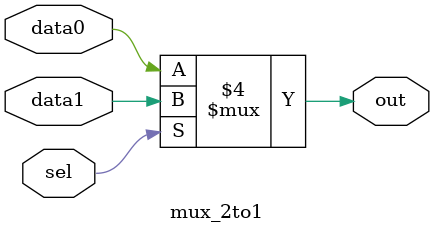
<source format=v>
module mux_2to1(
    input wire sel,    // Select signal
    input wire data0,  // Input 0
    input wire data1,  // Input 1
    output reg out     // Output
);

always @(*) begin
    if (sel == 0) begin
        out = data0;
    end
    else begin
        out = data1;
    end
end

endmodule
</source>
